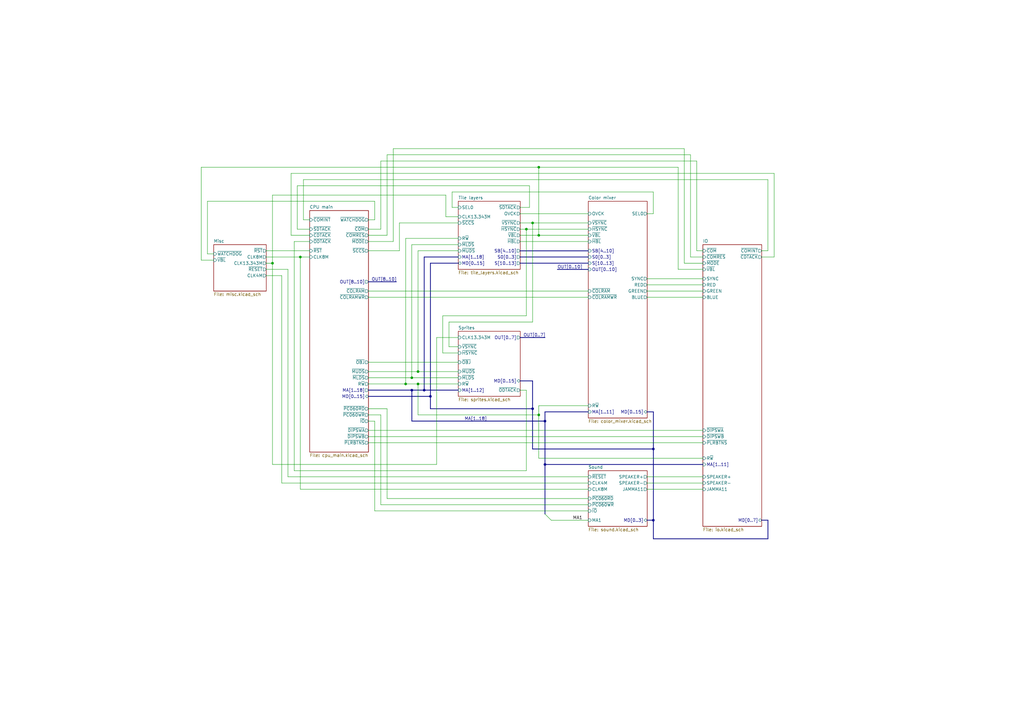
<source format=kicad_sch>
(kicad_sch (version 20230121) (generator eeschema)
  (paper "A3")
  (title_block (title "Rainbow Islands Extra") (date "2023-06-13") (company "Taito K1100319A") (comment 1 "Ulf Skutnabba, twitter: @skutis77"))
  (lib_symbols)
  (junction (at 218.44 167.64))
  (junction (at 176.53 162.56))
  (junction (at 168.91 154.94))
  (junction (at 168.91 160.02))
  (junction (at 223.52 172.72))
  (junction (at 267.97 213.36))
  (junction (at 171.45 152.4))
  (junction (at 215.9 93.98))
  (junction (at 111.76 107.95))
  (junction (at 220.98 96.52))
  (junction (at 220.98 170.18))
  (junction (at 267.97 184.15))
  (junction (at 123.19 105.41))
  (junction (at 220.98 68.58))
  (junction (at 171.45 157.48))
  (junction (at 218.44 91.44))
  (junction (at 166.37 157.48))
  (junction (at 173.99 160.02))
  (junction (at 223.52 190.5))
  (bus_entry (at 223.52 210.82) (size 2.54 2.54))
  (wire (pts (xy 218.44 132.08) (xy 184.15 132.08)))
  (bus (pts (xy 223.52 190.5) (xy 223.52 210.82)))
  (wire (pts (xy 121.92 93.98) (xy 127 93.98)))
  (bus (pts (xy 176.53 167.64) (xy 176.53 162.56)))
  (wire (pts (xy 220.98 187.96) (xy 220.98 170.18)))
  (wire (pts (xy 161.29 99.06) (xy 161.29 60.96)))
  (wire (pts (xy 151.13 167.64) (xy 158.75 167.64)))
  (wire (pts (xy 280.67 107.95) (xy 288.29 107.95)))
  (wire (pts (xy 82.55 68.58) (xy 82.55 106.68)))
  (wire (pts (xy 111.76 190.5) (xy 111.76 107.95)))
  (bus (pts (xy 213.36 107.95) (xy 241.3 107.95)))
  (wire (pts (xy 187.96 144.78) (xy 181.61 144.78)))
  (wire (pts (xy 168.91 100.33) (xy 168.91 154.94)))
  (bus (pts (xy 223.52 172.72) (xy 223.52 168.91)))
  (wire (pts (xy 184.15 142.24) (xy 187.96 142.24)))
  (wire (pts (xy 115.57 113.03) (xy 115.57 198.12)))
  (wire (pts (xy 118.11 195.58) (xy 241.3 195.58)))
  (wire (pts (xy 171.45 152.4) (xy 187.96 152.4)))
  (wire (pts (xy 220.98 170.18) (xy 220.98 166.37)))
  (wire (pts (xy 220.98 96.52) (xy 220.98 68.58)))
  (wire (pts (xy 213.36 99.06) (xy 241.3 99.06)))
  (wire (pts (xy 213.36 160.02) (xy 215.9 160.02)))
  (wire (pts (xy 151.13 102.87) (xy 163.83 102.87)))
  (wire (pts (xy 215.9 160.02) (xy 215.9 193.04)))
  (wire (pts (xy 161.29 60.96) (xy 280.67 60.96)))
  (wire (pts (xy 187.96 138.43) (xy 179.07 138.43)))
  (bus (pts (xy 218.44 167.64) (xy 218.44 184.15)))
  (wire (pts (xy 119.38 71.12) (xy 119.38 96.52)))
  (bus (pts (xy 267.97 168.91) (xy 265.43 168.91)))
  (bus (pts (xy 176.53 107.95) (xy 176.53 162.56)))
  (wire (pts (xy 171.45 170.18) (xy 220.98 170.18)))
  (bus (pts (xy 314.96 213.36) (xy 314.96 220.98)))
  (wire (pts (xy 124.46 73.66) (xy 124.46 90.17)))
  (wire (pts (xy 285.75 66.04) (xy 285.75 102.87)))
  (wire (pts (xy 278.13 110.49) (xy 288.29 110.49)))
  (wire (pts (xy 171.45 157.48) (xy 187.96 157.48)))
  (wire (pts (xy 123.19 105.41) (xy 123.19 200.66)))
  (bus (pts (xy 213.36 156.21) (xy 218.44 156.21)))
  (wire (pts (xy 185.42 85.09) (xy 185.42 78.74)))
  (wire (pts (xy 118.11 110.49) (xy 118.11 195.58)))
  (wire (pts (xy 163.83 102.87) (xy 163.83 91.44)))
  (wire (pts (xy 217.17 85.09) (xy 217.17 76.2)))
  (wire (pts (xy 151.13 119.38) (xy 241.3 119.38)))
  (bus (pts (xy 151.13 162.56) (xy 176.53 162.56)))
  (wire (pts (xy 151.13 96.52) (xy 158.75 96.52)))
  (wire (pts (xy 187.96 97.79) (xy 166.37 97.79)))
  (bus (pts (xy 267.97 184.15) (xy 267.97 213.36)))
  (wire (pts (xy 181.61 129.54) (xy 215.9 129.54)))
  (wire (pts (xy 121.92 76.2) (xy 121.92 93.98)))
  (bus (pts (xy 218.44 184.15) (xy 267.97 184.15)))
  (wire (pts (xy 151.13 90.17) (xy 153.67 90.17)))
  (wire (pts (xy 171.45 157.48) (xy 171.45 170.18)))
  (wire (pts (xy 220.98 166.37) (xy 241.3 166.37)))
  (bus (pts (xy 168.91 160.02) (xy 168.91 172.72)))
  (wire (pts (xy 119.38 96.52) (xy 127 96.52)))
  (wire (pts (xy 109.22 107.95) (xy 111.76 107.95)))
  (wire (pts (xy 312.42 105.41) (xy 317.5 105.41)))
  (wire (pts (xy 171.45 102.87) (xy 171.45 152.4)))
  (bus (pts (xy 151.13 115.57) (xy 162.56 115.57)))
  (bus (pts (xy 267.97 213.36) (xy 267.97 220.98)))
  (wire (pts (xy 156.21 207.01) (xy 241.3 207.01)))
  (wire (pts (xy 265.43 200.66) (xy 288.29 200.66)))
  (wire (pts (xy 158.75 96.52) (xy 158.75 63.5)))
  (bus (pts (xy 187.96 107.95) (xy 176.53 107.95)))
  (wire (pts (xy 187.96 102.87) (xy 171.45 102.87)))
  (wire (pts (xy 151.13 154.94) (xy 168.91 154.94)))
  (wire (pts (xy 182.88 80.01) (xy 182.88 88.9)))
  (wire (pts (xy 151.13 170.18) (xy 156.21 170.18)))
  (bus (pts (xy 228.6 110.49) (xy 241.3 110.49)))
  (bus (pts (xy 218.44 167.64) (xy 176.53 167.64)))
  (wire (pts (xy 215.9 129.54) (xy 215.9 93.98)))
  (wire (pts (xy 109.22 110.49) (xy 118.11 110.49)))
  (bus (pts (xy 173.99 160.02) (xy 187.96 160.02)))
  (wire (pts (xy 151.13 148.59) (xy 187.96 148.59)))
  (wire (pts (xy 220.98 68.58) (xy 278.13 68.58)))
  (wire (pts (xy 156.21 93.98) (xy 156.21 66.04)))
  (bus (pts (xy 312.42 213.36) (xy 314.96 213.36)))
  (wire (pts (xy 283.21 63.5) (xy 283.21 105.41)))
  (wire (pts (xy 265.43 195.58) (xy 288.29 195.58)))
  (wire (pts (xy 109.22 102.87) (xy 127 102.87)))
  (wire (pts (xy 151.13 181.61) (xy 288.29 181.61)))
  (wire (pts (xy 151.13 99.06) (xy 161.29 99.06)))
  (wire (pts (xy 267.97 78.74) (xy 267.97 87.63)))
  (wire (pts (xy 151.13 93.98) (xy 156.21 93.98)))
  (wire (pts (xy 119.38 71.12) (xy 317.5 71.12)))
  (wire (pts (xy 215.9 93.98) (xy 241.3 93.98)))
  (bus (pts (xy 218.44 156.21) (xy 218.44 167.64)))
  (bus (pts (xy 213.36 105.41) (xy 241.3 105.41)))
  (wire (pts (xy 158.75 63.5) (xy 283.21 63.5)))
  (wire (pts (xy 151.13 152.4) (xy 171.45 152.4)))
  (wire (pts (xy 182.88 88.9) (xy 187.96 88.9)))
  (wire (pts (xy 278.13 68.58) (xy 278.13 110.49)))
  (wire (pts (xy 317.5 105.41) (xy 317.5 71.12)))
  (wire (pts (xy 166.37 97.79) (xy 166.37 157.48)))
  (wire (pts (xy 151.13 121.92) (xy 241.3 121.92)))
  (bus (pts (xy 223.52 190.5) (xy 223.52 172.72)))
  (wire (pts (xy 151.13 172.72) (xy 153.67 172.72)))
  (wire (pts (xy 120.65 99.06) (xy 127 99.06)))
  (bus (pts (xy 267.97 213.36) (xy 265.43 213.36)))
  (wire (pts (xy 267.97 87.63) (xy 265.43 87.63)))
  (wire (pts (xy 85.09 82.55) (xy 153.67 82.55)))
  (wire (pts (xy 179.07 138.43) (xy 179.07 190.5)))
  (wire (pts (xy 213.36 87.63) (xy 241.3 87.63)))
  (wire (pts (xy 181.61 144.78) (xy 181.61 129.54)))
  (wire (pts (xy 82.55 68.58) (xy 220.98 68.58)))
  (wire (pts (xy 151.13 179.07) (xy 288.29 179.07)))
  (wire (pts (xy 109.22 113.03) (xy 115.57 113.03)))
  (bus (pts (xy 314.96 220.98) (xy 267.97 220.98)))
  (bus (pts (xy 151.13 160.02) (xy 168.91 160.02)))
  (wire (pts (xy 314.96 73.66) (xy 124.46 73.66)))
  (wire (pts (xy 265.43 114.3) (xy 288.29 114.3)))
  (wire (pts (xy 218.44 91.44) (xy 218.44 132.08)))
  (bus (pts (xy 241.3 168.91) (xy 223.52 168.91)))
  (wire (pts (xy 285.75 102.87) (xy 288.29 102.87)))
  (wire (pts (xy 168.91 154.94) (xy 187.96 154.94)))
  (wire (pts (xy 265.43 119.38) (xy 288.29 119.38)))
  (wire (pts (xy 82.55 106.68) (xy 87.63 106.68)))
  (wire (pts (xy 217.17 76.2) (xy 121.92 76.2)))
  (wire (pts (xy 213.36 91.44) (xy 218.44 91.44)))
  (wire (pts (xy 153.67 90.17) (xy 153.67 82.55)))
  (wire (pts (xy 123.19 105.41) (xy 127 105.41)))
  (wire (pts (xy 156.21 66.04) (xy 285.75 66.04)))
  (wire (pts (xy 85.09 82.55) (xy 85.09 104.14)))
  (wire (pts (xy 166.37 157.48) (xy 171.45 157.48)))
  (wire (pts (xy 280.67 60.96) (xy 280.67 107.95)))
  (wire (pts (xy 184.15 132.08) (xy 184.15 142.24)))
  (wire (pts (xy 265.43 116.84) (xy 288.29 116.84)))
  (wire (pts (xy 87.63 104.14) (xy 85.09 104.14)))
  (wire (pts (xy 314.96 102.87) (xy 314.96 73.66)))
  (bus (pts (xy 173.99 105.41) (xy 187.96 105.41)))
  (wire (pts (xy 109.22 105.41) (xy 123.19 105.41)))
  (wire (pts (xy 213.36 96.52) (xy 220.98 96.52)))
  (wire (pts (xy 265.43 198.12) (xy 288.29 198.12)))
  (wire (pts (xy 220.98 96.52) (xy 241.3 96.52)))
  (wire (pts (xy 288.29 187.96) (xy 220.98 187.96)))
  (wire (pts (xy 111.76 80.01) (xy 182.88 80.01)))
  (wire (pts (xy 213.36 93.98) (xy 215.9 93.98)))
  (wire (pts (xy 158.75 167.64) (xy 158.75 204.47)))
  (wire (pts (xy 153.67 209.55) (xy 241.3 209.55)))
  (wire (pts (xy 215.9 193.04) (xy 120.65 193.04)))
  (bus (pts (xy 267.97 168.91) (xy 267.97 184.15)))
  (wire (pts (xy 185.42 78.74) (xy 267.97 78.74)))
  (wire (pts (xy 218.44 91.44) (xy 241.3 91.44)))
  (wire (pts (xy 151.13 157.48) (xy 166.37 157.48)))
  (wire (pts (xy 283.21 105.41) (xy 288.29 105.41)))
  (bus (pts (xy 168.91 172.72) (xy 223.52 172.72)))
  (wire (pts (xy 120.65 99.06) (xy 120.65 193.04)))
  (wire (pts (xy 123.19 200.66) (xy 241.3 200.66)))
  (wire (pts (xy 226.06 213.36) (xy 241.3 213.36)))
  (wire (pts (xy 156.21 170.18) (xy 156.21 207.01)))
  (wire (pts (xy 179.07 190.5) (xy 111.76 190.5)))
  (wire (pts (xy 312.42 102.87) (xy 314.96 102.87)))
  (bus (pts (xy 288.29 190.5) (xy 223.52 190.5)))
  (bus (pts (xy 173.99 105.41) (xy 173.99 160.02)))
  (wire (pts (xy 111.76 107.95) (xy 111.76 80.01)))
  (wire (pts (xy 151.13 176.53) (xy 288.29 176.53)))
  (wire (pts (xy 163.83 91.44) (xy 187.96 91.44)))
  (wire (pts (xy 213.36 85.09) (xy 217.17 85.09)))
  (wire (pts (xy 187.96 100.33) (xy 168.91 100.33)))
  (wire (pts (xy 158.75 204.47) (xy 241.3 204.47)))
  (wire (pts (xy 124.46 90.17) (xy 127 90.17)))
  (bus (pts (xy 213.36 102.87) (xy 241.3 102.87)))
  (wire (pts (xy 265.43 121.92) (xy 288.29 121.92)))
  (wire (pts (xy 153.67 172.72) (xy 153.67 209.55)))
  (bus (pts (xy 213.36 138.43) (xy 223.52 138.43)))
  (wire (pts (xy 115.57 198.12) (xy 241.3 198.12)))
  (wire (pts (xy 185.42 85.09) (xy 187.96 85.09)))
  (bus (pts (xy 168.91 160.02) (xy 173.99 160.02)))
  (label "OUT[0..7]" (at 214.63 138.43 0))
  (label "MA1" (at 234.95 213.36 0))
  (label "OUT[8..10]" (at 152.4 115.57 0))
  (label "MA[1..18]" (at 190.5 172.72 0))
  (label "OUT[0..10]" (at 228.6 110.49 0))
  (sheet (at 127 86.36) (size 24.13 99.06) (stroke (width 0.1524))
    (property "Sheetname" "CPU main" (at 127 85.6484 0) (effects (justify left bottom)))
    (property "Sheetfile" "cpu_main.kicad_sch" (at 127 186.0046 0) (effects (justify left top)))
    (pin "OUT[8..10]" output (at 151.13 115.57 0))
    (pin "~{COMRES}" output (at 151.13 96.52 0))
    (pin "~{COM}" output (at 151.13 93.98 0))
    (pin "~{MODE}" output (at 151.13 99.06 0))
    (pin "~{COLRAM}" output (at 151.13 119.38 0))
    (pin "~{COLRAMWR}" output (at 151.13 121.92 0))
    (pin "CLK8M" input (at 127 105.41 180))
    (pin "~{ODTACK}" input (at 127 99.06 180))
    (pin "~{SDTACK}" input (at 127 93.98 180))
    (pin "~{CDTACK}" input (at 127 96.52 180))
    (pin "~{COMINT}" input (at 127 90.17 180))
    (pin "~{SCCS}" output (at 151.13 102.87 0))
    (pin "~{IO}" output (at 151.13 172.72 0))
    (pin "~{OBJ}" output (at 151.13 148.59 0))
    (pin "~{PC060RD}" output (at 151.13 167.64 0))
    (pin "~{DIPSWA}" output (at 151.13 176.53 0))
    (pin "~{PLRBTNS}" output (at 151.13 181.61 0))
    (pin "~{DIPSWB}" output (at 151.13 179.07 0))
    (pin "~{PC060WR}" output (at 151.13 170.18 0))
    (pin "~{WATCHDOG}" output (at 151.13 90.17 0))
    (pin "MD[0..15]" bidirectional (at 151.13 162.56 0))
    (pin "MA[1..18]" output (at 151.13 160.02 0))
    (pin "~{RST}" input (at 127 102.87 180))
    (pin "~{MLDS}" output (at 151.13 154.94 0))
    (pin "~{MUDS}" output (at 151.13 152.4 0))
    (pin "R~{W}" output (at 151.13 157.48 0))
  )
  (sheet (at 187.96 135.89) (size 25.4 26.67) (stroke (width 0.1524))
    (property "Sheetname" "Sprites" (at 187.96 135.1784 0) (effects (justify left bottom)))
    (property "Sheetfile" "sprites.kicad_sch" (at 187.96 163.1446 0) (effects (justify left top)))
    (pin "OUT[0..7]" output (at 213.36 138.43 0))
    (pin "CLK13.343M" input (at 187.96 138.43 180))
    (pin "~{HSYNC}" input (at 187.96 144.78 180))
    (pin "~{ODTACK}" output (at 213.36 160.02 0))
    (pin "~{MLDS}" input (at 187.96 154.94 180))
    (pin "~{OBJ}" input (at 187.96 148.59 180))
    (pin "R~{W}" input (at 187.96 157.48 180))
    (pin "~{MUDS}" input (at 187.96 152.4 180))
    (pin "~{VSYNC}" input (at 187.96 142.24 180))
    (pin "MA[1..12]" input (at 187.96 160.02 180))
    (pin "MD[0..15]" bidirectional (at 213.36 156.21 0))
  )
  (sheet (at 187.96 82.55) (size 25.4 27.94) (stroke (width 0.1524))
    (property "Sheetname" "Tile layers" (at 187.96 81.8384 0) (effects (justify left bottom)))
    (property "Sheetfile" "tile_layers.kicad_sch" (at 187.96 111.0746 0) (effects (justify left top)))
    (pin "OVCK" output (at 213.36 87.63 0))
    (pin "R~{W}" input (at 187.96 97.79 180))
    (pin "~{HBL}" output (at 213.36 99.06 0))
    (pin "~{HSYNC}" output (at 213.36 93.98 0))
    (pin "~{VSYNC}" output (at 213.36 91.44 0))
    (pin "~{SDTACK}" output (at 213.36 85.09 0))
    (pin "~{VBL}" output (at 213.36 96.52 0))
    (pin "~{MLDS}" input (at 187.96 100.33 180))
    (pin "~{MUDS}" input (at 187.96 102.87 180))
    (pin "~{SCCS}" input (at 187.96 91.44 180))
    (pin "SEL0" input (at 187.96 85.09 180))
    (pin "SB[4..10]" output (at 213.36 102.87 0))
    (pin "MA[1..18]" input (at 187.96 105.41 180))
    (pin "CLK13.343M" input (at 187.96 88.9 180))
    (pin "S0[0..3]" output (at 213.36 105.41 0))
    (pin "S[10..13]" output (at 213.36 107.95 0))
    (pin "MD[0..15]" bidirectional (at 187.96 107.95 180))
  )
  (sheet (at 288.29 100.33) (size 24.13 115.57) (stroke (width 0.1524))
    (property "Sheetname" "IO" (at 288.29 99.6184 0) (effects (justify left bottom)))
    (property "Sheetfile" "io.kicad_sch" (at 288.29 216.4846 0) (effects (justify left top)))
    (pin "MD[0..7]" bidirectional (at 312.42 213.36 0))
    (pin "~{COMRES}" input (at 288.29 105.41 180))
    (pin "~{COMINT}" output (at 312.42 102.87 0))
    (pin "~{COM}" input (at 288.29 102.87 180))
    (pin "R~{W}" input (at 288.29 187.96 180))
    (pin "~{VBL}" input (at 288.29 110.49 180))
    (pin "~{MODE}" input (at 288.29 107.95 180))
    (pin "~{CDTACK}" output (at 312.42 105.41 0))
    (pin "GREEN" input (at 288.29 119.38 180))
    (pin "SPEAKER-" input (at 288.29 198.12 180))
    (pin "RED" input (at 288.29 116.84 180))
    (pin "BLUE" input (at 288.29 121.92 180))
    (pin "SYNC" input (at 288.29 114.3 180))
    (pin "JAMMA11" input (at 288.29 200.66 180))
    (pin "SPEAKER+" input (at 288.29 195.58 180))
    (pin "~{PLRBTNS}" input (at 288.29 181.61 180))
    (pin "~{DIPSWB}" input (at 288.29 179.07 180))
    (pin "~{DIPSWA}" input (at 288.29 176.53 180))
    (pin "MA[1..11]" input (at 288.29 190.5 180))
  )
  (sheet (at 241.3 193.04) (size 24.13 22.86) (stroke (width 0.1524))
    (property "Sheetname" "Sound" (at 241.3 192.3284 0) (effects (justify left bottom)))
    (property "Sheetfile" "sound.kicad_sch" (at 241.3 216.4846 0) (effects (justify left top)))
    (pin "CLK4M" input (at 241.3 198.12 180))
    (pin "~{RESET}" input (at 241.3 195.58 180))
    (pin "MA1" input (at 241.3 213.36 180))
    (pin "CLK8M" input (at 241.3 200.66 180))
    (pin "~{PC060WR}" input (at 241.3 207.01 180))
    (pin "~{PC060RD}" input (at 241.3 204.47 180))
    (pin "MD[0..3]" bidirectional (at 265.43 213.36 0))
    (pin "~{IO}" input (at 241.3 209.55 180))
    (pin "JAMMA11" output (at 265.43 200.66 0))
    (pin "SPEAKER-" output (at 265.43 198.12 0))
    (pin "SPEAKER+" output (at 265.43 195.58 0))
  )
  (sheet (at 87.63 100.33) (size 21.59 19.05) (stroke (width 0.1524))
    (property "Sheetname" "Misc" (at 87.63 99.6184 0) (effects (justify left bottom)))
    (property "Sheetfile" "misc.kicad_sch" (at 87.63 119.9646 0) (effects (justify left top)))
    (pin "CLK13.343M" output (at 109.22 107.95 0))
    (pin "CLK4M" output (at 109.22 113.03 0))
    (pin "CLK8M" output (at 109.22 105.41 0))
    (pin "~{WATCHDOG}" input (at 87.63 104.14 180))
    (pin "~{VBL}" input (at 87.63 106.68 180))
    (pin "~{RST}" output (at 109.22 102.87 0))
    (pin "~{RESET}" output (at 109.22 110.49 0))
  )
  (sheet (at 241.3 82.55) (size 24.13 88.9) (stroke (width 0.1524))
    (property "Sheetname" "Color mixer" (at 241.3 81.8384 0) (effects (justify left bottom)))
    (property "Sheetfile" "color_mixer.kicad_sch" (at 241.3 172.0346 0) (effects (justify left top)))
    (pin "S0[0..3]" input (at 241.3 105.41 180))
    (pin "OUT[0..10]" input (at 241.3 110.49 180))
    (pin "~{VSYNC}" input (at 241.3 91.44 180))
    (pin "~{HSYNC}" input (at 241.3 93.98 180))
    (pin "SB[4..10]" input (at 241.3 102.87 180))
    (pin "SYNC" output (at 265.43 114.3 0))
    (pin "~{COLRAM}" input (at 241.3 119.38 180))
    (pin "R~{W}" input (at 241.3 166.37 180))
    (pin "MD[0..15]" bidirectional (at 265.43 168.91 0))
    (pin "~{HBL}" input (at 241.3 99.06 180))
    (pin "OVCK" input (at 241.3 87.63 180))
    (pin "~{VBL}" input (at 241.3 96.52 180))
    (pin "BLUE" output (at 265.43 121.92 0))
    (pin "RED" output (at 265.43 116.84 0))
    (pin "GREEN" output (at 265.43 119.38 0))
    (pin "MA[1..11]" input (at 241.3 168.91 180))
    (pin "~{COLRAMWR}" input (at 241.3 121.92 180))
    (pin "S[10..13]" input (at 241.3 107.95 180))
    (pin "SEL0" output (at 265.43 87.63 0))
  )
)
</source>
